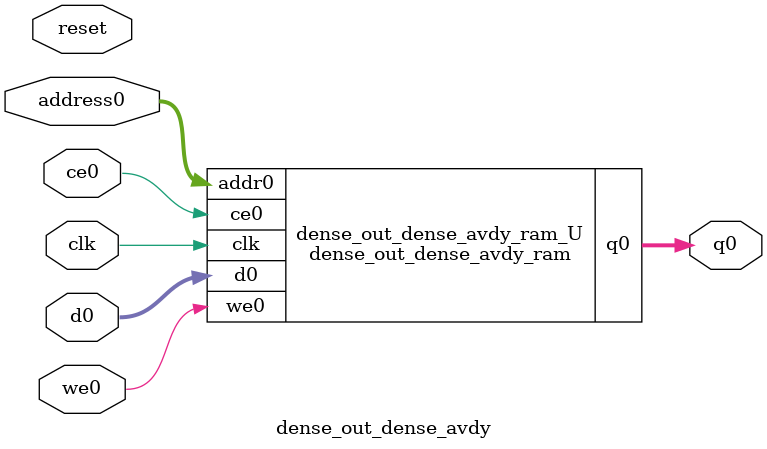
<source format=v>
`timescale 1 ns / 1 ps
module dense_out_dense_avdy_ram (addr0, ce0, d0, we0, q0,  clk);

parameter DWIDTH = 14;
parameter AWIDTH = 4;
parameter MEM_SIZE = 10;

input[AWIDTH-1:0] addr0;
input ce0;
input[DWIDTH-1:0] d0;
input we0;
output reg[DWIDTH-1:0] q0;
input clk;

(* ram_style = "distributed" *)reg [DWIDTH-1:0] ram[0:MEM_SIZE-1];




always @(posedge clk)  
begin 
    if (ce0) 
    begin
        if (we0) 
        begin 
            ram[addr0] <= d0; 
        end 
        q0 <= ram[addr0];
    end
end


endmodule

`timescale 1 ns / 1 ps
module dense_out_dense_avdy(
    reset,
    clk,
    address0,
    ce0,
    we0,
    d0,
    q0);

parameter DataWidth = 32'd14;
parameter AddressRange = 32'd10;
parameter AddressWidth = 32'd4;
input reset;
input clk;
input[AddressWidth - 1:0] address0;
input ce0;
input we0;
input[DataWidth - 1:0] d0;
output[DataWidth - 1:0] q0;



dense_out_dense_avdy_ram dense_out_dense_avdy_ram_U(
    .clk( clk ),
    .addr0( address0 ),
    .ce0( ce0 ),
    .we0( we0 ),
    .d0( d0 ),
    .q0( q0 ));

endmodule


</source>
